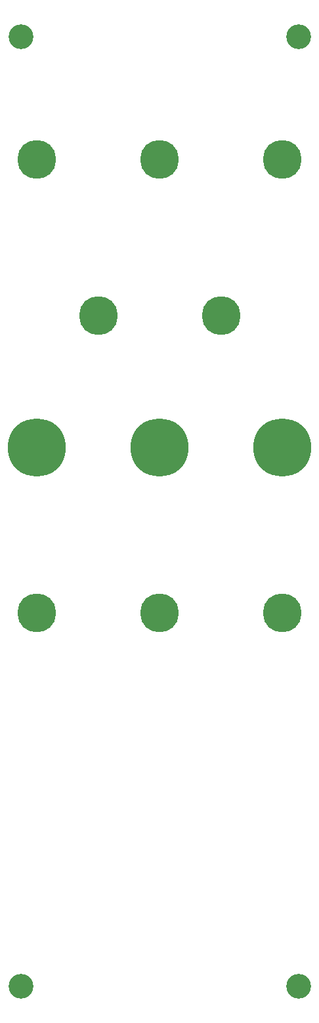
<source format=gbr>
%TF.GenerationSoftware,KiCad,Pcbnew,7.0.6*%
%TF.CreationDate,2023-07-23T13:51:40-05:00*%
%TF.ProjectId,ssi2131_ref,73736932-3133-4315-9f72-65662e6b6963,rev?*%
%TF.SameCoordinates,Original*%
%TF.FileFunction,Soldermask,Bot*%
%TF.FilePolarity,Negative*%
%FSLAX46Y46*%
G04 Gerber Fmt 4.6, Leading zero omitted, Abs format (unit mm)*
G04 Created by KiCad (PCBNEW 7.0.6) date 2023-07-23 13:51:40*
%MOMM*%
%LPD*%
G01*
G04 APERTURE LIST*
%ADD10C,3.200000*%
%ADD11C,7.500000*%
%ADD12C,5.000000*%
G04 APERTURE END LIST*
D10*
%TO.C,H4*%
X165180000Y-152163000D03*
%TD*%
D11*
%TO.C,RV4*%
X147280000Y-82670000D03*
%TD*%
D12*
%TO.C,J8*%
X163136500Y-45459000D03*
%TD*%
%TO.C,J4*%
X131423500Y-45459000D03*
%TD*%
%TO.C,J5*%
X147280000Y-45459000D03*
%TD*%
D10*
%TO.C,H3*%
X129380000Y-152163000D03*
%TD*%
D12*
%TO.C,J3*%
X163136500Y-104006000D03*
%TD*%
D11*
%TO.C,RV3*%
X163136500Y-82670000D03*
%TD*%
%TO.C,RV5*%
X131423500Y-82670000D03*
%TD*%
D12*
%TO.C,J1*%
X147280000Y-104006000D03*
%TD*%
D10*
%TO.C,H1*%
X129380000Y-29663000D03*
%TD*%
D12*
%TO.C,J2*%
X131423500Y-104006000D03*
%TD*%
%TO.C,J6*%
X139351750Y-65652000D03*
%TD*%
%TO.C,J7*%
X155208250Y-65652000D03*
%TD*%
D10*
%TO.C,H2*%
X165180000Y-29663000D03*
%TD*%
M02*

</source>
